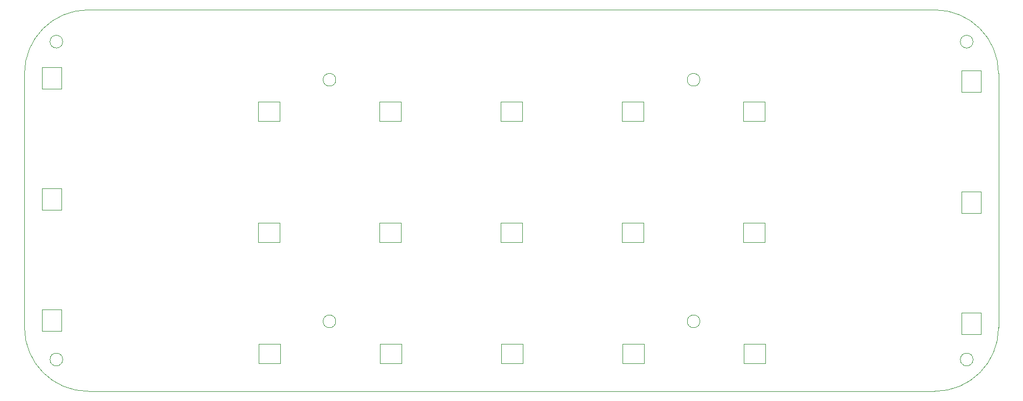
<source format=gbr>
%TF.GenerationSoftware,KiCad,Pcbnew,8.0.5*%
%TF.CreationDate,2024-11-23T20:31:31+11:00*%
%TF.ProjectId,Macro Mixer,4d616372-6f20-44d6-9978-65722e6b6963,rev?*%
%TF.SameCoordinates,Original*%
%TF.FileFunction,Profile,NP*%
%FSLAX46Y46*%
G04 Gerber Fmt 4.6, Leading zero omitted, Abs format (unit mm)*
G04 Created by KiCad (PCBNEW 8.0.5) date 2024-11-23 20:31:31*
%MOMM*%
%LPD*%
G01*
G04 APERTURE LIST*
%TA.AperFunction,Profile*%
%ADD10C,0.050000*%
%TD*%
%TA.AperFunction,Profile*%
%ADD11C,0.100000*%
%TD*%
G04 APERTURE END LIST*
D10*
X82000000Y-75000000D02*
G75*
G02*
X80000000Y-75000000I-1000000J0D01*
G01*
X80000000Y-75000000D02*
G75*
G02*
X82000000Y-75000000I1000000J0D01*
G01*
X225000000Y-125000000D02*
G75*
G02*
X223000000Y-125000000I-1000000J0D01*
G01*
X223000000Y-125000000D02*
G75*
G02*
X225000000Y-125000000I1000000J0D01*
G01*
X182100000Y-81000000D02*
G75*
G02*
X180100000Y-81000000I-1000000J0D01*
G01*
X180100000Y-81000000D02*
G75*
G02*
X182100000Y-81000000I1000000J0D01*
G01*
X76000000Y-80000000D02*
G75*
G02*
X86000000Y-70000000I10000000J0D01*
G01*
X86000000Y-130000000D02*
G75*
G02*
X76000000Y-120000000I0J10000000D01*
G01*
X124900000Y-81000000D02*
G75*
G02*
X122900000Y-81000000I-1000000J0D01*
G01*
X122900000Y-81000000D02*
G75*
G02*
X124900000Y-81000000I1000000J0D01*
G01*
X82000000Y-125000000D02*
G75*
G02*
X80000000Y-125000000I-1000000J0D01*
G01*
X80000000Y-125000000D02*
G75*
G02*
X82000000Y-125000000I1000000J0D01*
G01*
X76000000Y-80000000D02*
X76000000Y-120000000D01*
X124900000Y-119000000D02*
G75*
G02*
X122900000Y-119000000I-1000000J0D01*
G01*
X122900000Y-119000000D02*
G75*
G02*
X124900000Y-119000000I1000000J0D01*
G01*
X229000000Y-80000000D02*
X229000000Y-120000000D01*
X86000000Y-130000000D02*
X219000000Y-130000000D01*
X229000000Y-120000000D02*
G75*
G02*
X219000000Y-130000000I-10000000J0D01*
G01*
X225000000Y-75000000D02*
G75*
G02*
X223000000Y-75000000I-1000000J0D01*
G01*
X223000000Y-75000000D02*
G75*
G02*
X225000000Y-75000000I1000000J0D01*
G01*
X182100000Y-119000000D02*
G75*
G02*
X180100000Y-119000000I-1000000J0D01*
G01*
X180100000Y-119000000D02*
G75*
G02*
X182100000Y-119000000I1000000J0D01*
G01*
X86000000Y-70000000D02*
X219000000Y-70000000D01*
X219000000Y-70000000D02*
G75*
G02*
X229000000Y-80000000I0J-10000000D01*
G01*
%TO.C,U12*%
D11*
X226225000Y-101962500D02*
X223225000Y-101962500D01*
X223225000Y-98562500D01*
X226225000Y-98562500D01*
X226225000Y-101962500D01*
%TO.C,U13*%
X226225000Y-82912500D02*
X223225000Y-82912500D01*
X223225000Y-79512500D01*
X226225000Y-79512500D01*
X226225000Y-82912500D01*
%TO.C,U11*%
X226225000Y-121012500D02*
X223225000Y-121012500D01*
X223225000Y-117612500D01*
X226225000Y-117612500D01*
X226225000Y-121012500D01*
%TO.C,U10*%
X154200000Y-103512500D02*
X150800000Y-103512500D01*
X150800000Y-106512500D01*
X154200000Y-106512500D01*
X154200000Y-103512500D01*
%TO.C,U4*%
X135150000Y-84462500D02*
X131750000Y-84462500D01*
X131750000Y-87462500D01*
X135150000Y-87462500D01*
X135150000Y-84462500D01*
%TO.C,U19*%
X150850000Y-125562500D02*
X154250000Y-125562500D01*
X154250000Y-122562500D01*
X150850000Y-122562500D01*
X150850000Y-125562500D01*
%TO.C,U14*%
X116100000Y-84462500D02*
X112700000Y-84462500D01*
X112700000Y-87462500D01*
X116100000Y-87462500D01*
X116100000Y-84462500D01*
%TO.C,U22*%
X78775000Y-117112501D02*
X81775000Y-117112501D01*
X81775000Y-120512501D01*
X78775000Y-120512501D01*
X78775000Y-117112501D01*
%TO.C,U5*%
X154200000Y-84462500D02*
X150800000Y-84462500D01*
X150800000Y-87462500D01*
X154200000Y-87462500D01*
X154200000Y-84462500D01*
%TO.C,U18*%
X131800000Y-125562500D02*
X135200000Y-125562500D01*
X135200000Y-122562500D01*
X131800000Y-122562500D01*
X131800000Y-125562500D01*
%TO.C,U7*%
X192300000Y-84462500D02*
X188900000Y-84462500D01*
X188900000Y-87462500D01*
X192300000Y-87462500D01*
X192300000Y-84462500D01*
%TO.C,U21*%
X188950000Y-125562500D02*
X192350000Y-125562500D01*
X192350000Y-122562500D01*
X188950000Y-122562500D01*
X188950000Y-125562500D01*
%TO.C,U15*%
X173250000Y-103512500D02*
X169850000Y-103512500D01*
X169850000Y-106512500D01*
X173250000Y-106512500D01*
X173250000Y-103512500D01*
%TO.C,U20*%
X169900000Y-125562500D02*
X173300000Y-125562500D01*
X173300000Y-122562500D01*
X169900000Y-122562500D01*
X169900000Y-125562500D01*
%TO.C,U16*%
X192300000Y-103512500D02*
X188900000Y-103512500D01*
X188900000Y-106512500D01*
X192300000Y-106512500D01*
X192300000Y-103512500D01*
%TO.C,U8*%
X116100000Y-103512500D02*
X112700000Y-103512500D01*
X112700000Y-106512500D01*
X116100000Y-106512500D01*
X116100000Y-103512500D01*
%TO.C,U6*%
X173250000Y-84462500D02*
X169850000Y-84462500D01*
X169850000Y-87462500D01*
X173250000Y-87462500D01*
X173250000Y-84462500D01*
%TO.C,U17*%
X112750000Y-125562500D02*
X116150000Y-125562500D01*
X116150000Y-122562500D01*
X112750000Y-122562500D01*
X112750000Y-125562500D01*
%TO.C,U9*%
X135150000Y-103512500D02*
X131750000Y-103512500D01*
X131750000Y-106512500D01*
X135150000Y-106512500D01*
X135150000Y-103512500D01*
%TO.C,U23*%
X78775000Y-98062501D02*
X81775000Y-98062501D01*
X81775000Y-101462501D01*
X78775000Y-101462501D01*
X78775000Y-98062501D01*
%TO.C,U24*%
X78775000Y-79012501D02*
X81775000Y-79012501D01*
X81775000Y-82412501D01*
X78775000Y-82412501D01*
X78775000Y-79012501D01*
%TD*%
M02*

</source>
